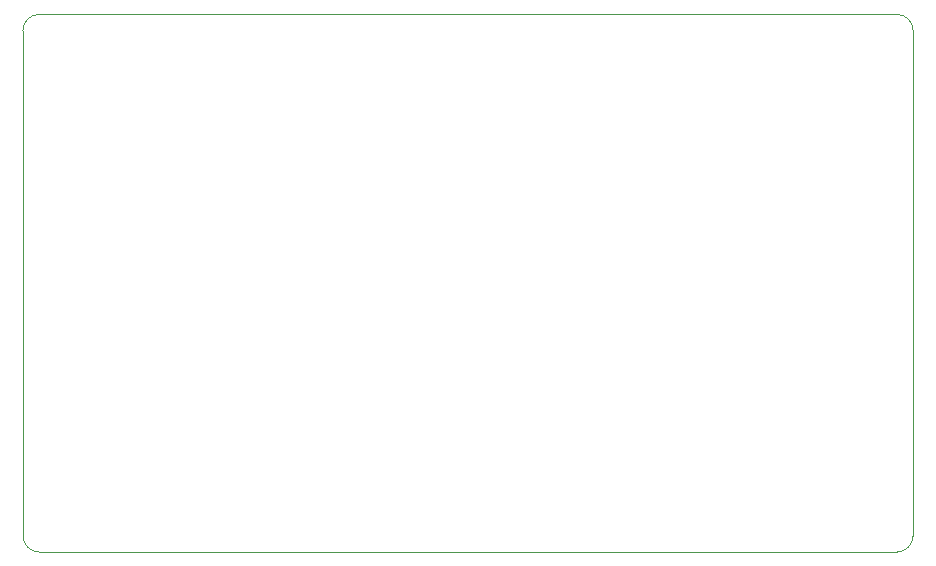
<source format=gbr>
%TF.GenerationSoftware,KiCad,Pcbnew,9.0.0*%
%TF.CreationDate,2025-03-29T21:15:17+01:00*%
%TF.ProjectId,p2000t-ram-expansion-board-128kb-smd-cpld,70323030-3074-42d7-9261-6d2d65787061,4*%
%TF.SameCoordinates,Original*%
%TF.FileFunction,Profile,NP*%
%FSLAX46Y46*%
G04 Gerber Fmt 4.6, Leading zero omitted, Abs format (unit mm)*
G04 Created by KiCad (PCBNEW 9.0.0) date 2025-03-29 21:15:17*
%MOMM*%
%LPD*%
G01*
G04 APERTURE LIST*
%TA.AperFunction,Profile*%
%ADD10C,0.100000*%
%TD*%
G04 APERTURE END LIST*
D10*
X112621600Y-88595200D02*
X112621600Y-45821600D01*
X111250000Y-44450000D02*
G75*
G02*
X112621600Y-45821600I0J-1371600D01*
G01*
X112621600Y-88595200D02*
G75*
G02*
X111250000Y-89966800I-1371600J0D01*
G01*
X37250000Y-45821600D02*
G75*
G02*
X38621600Y-44450000I1371600J0D01*
G01*
X38621600Y-89966800D02*
X111250000Y-89966800D01*
X37250000Y-45821600D02*
X37250000Y-88595200D01*
X38621600Y-89966800D02*
G75*
G02*
X37250000Y-88595200I0J1371600D01*
G01*
X111250000Y-44450000D02*
X38621600Y-44450000D01*
M02*

</source>
